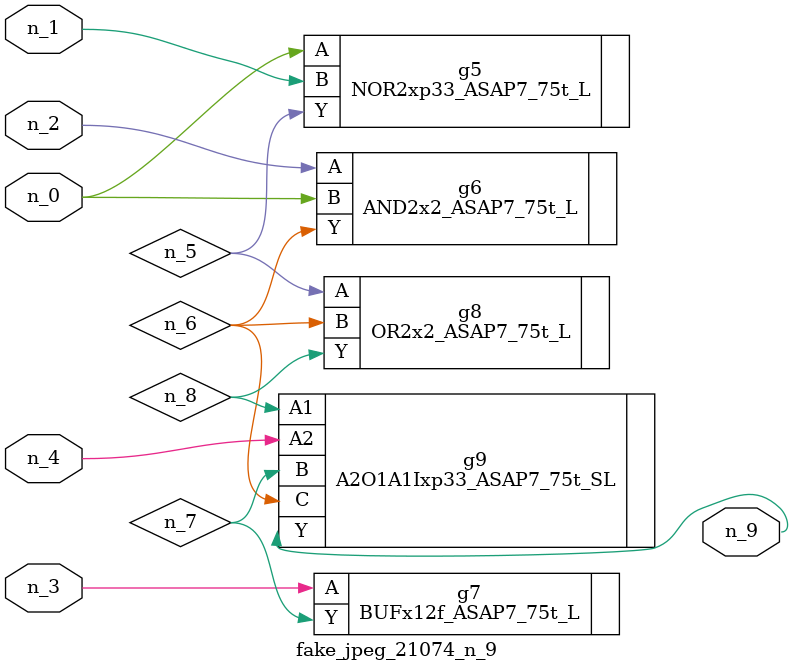
<source format=v>
module fake_jpeg_21074_n_9 (n_3, n_2, n_1, n_0, n_4, n_9);

input n_3;
input n_2;
input n_1;
input n_0;
input n_4;

output n_9;

wire n_8;
wire n_6;
wire n_5;
wire n_7;

NOR2xp33_ASAP7_75t_L g5 ( 
.A(n_0),
.B(n_1),
.Y(n_5)
);

AND2x2_ASAP7_75t_L g6 ( 
.A(n_2),
.B(n_0),
.Y(n_6)
);

BUFx12f_ASAP7_75t_L g7 ( 
.A(n_3),
.Y(n_7)
);

OR2x2_ASAP7_75t_L g8 ( 
.A(n_5),
.B(n_6),
.Y(n_8)
);

A2O1A1Ixp33_ASAP7_75t_SL g9 ( 
.A1(n_8),
.A2(n_4),
.B(n_7),
.C(n_6),
.Y(n_9)
);


endmodule
</source>
